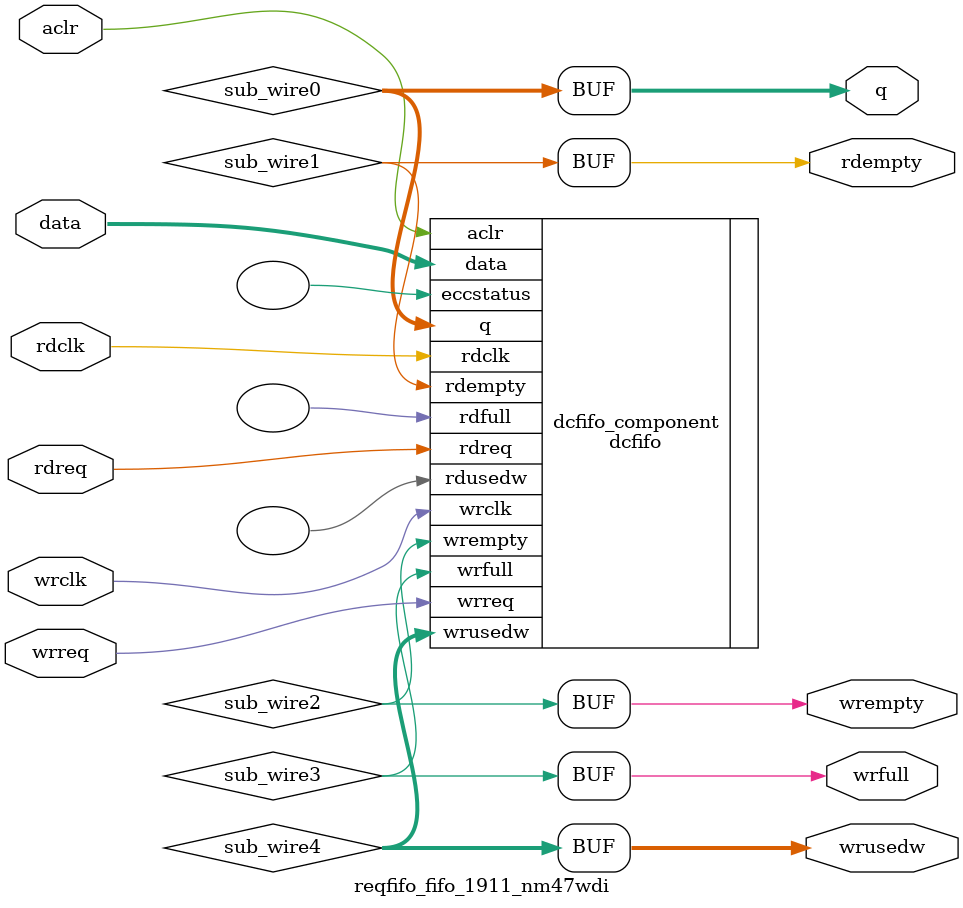
<source format=v>



`timescale 1 ps / 1 ps
// synopsys translate_on
module  reqfifo_fifo_1911_nm47wdi  (
    aclr,
    data,
    rdclk,
    rdreq,
    wrclk,
    wrreq,
    q,
    rdempty,
    wrempty,
    wrfull,
    wrusedw);

    input    aclr;
    input  [639:0]  data;
    input    rdclk;
    input    rdreq;
    input    wrclk;
    input    wrreq;
    output [639:0]  q;
    output   rdempty;
    output   wrempty;
    output   wrfull;
    output [5:0]  wrusedw;
`ifndef ALTERA_RESERVED_QIS
// synopsys translate_off
`endif
    tri0     aclr;
`ifndef ALTERA_RESERVED_QIS
// synopsys translate_on
`endif

    wire [639:0] sub_wire0;
    wire  sub_wire1;
    wire  sub_wire2;
    wire  sub_wire3;
    wire [5:0] sub_wire4;
    wire [639:0] q = sub_wire0[639:0];
    wire  rdempty = sub_wire1;
    wire  wrempty = sub_wire2;
    wire  wrfull = sub_wire3;
    wire [5:0] wrusedw = sub_wire4[5:0];

    dcfifo  dcfifo_component (
                .aclr (aclr),
                .data (data),
                .rdclk (rdclk),
                .rdreq (rdreq),
                .wrclk (wrclk),
                .wrreq (wrreq),
                .q (sub_wire0),
                .rdempty (sub_wire1),
                .wrempty (sub_wire2),
                .wrfull (sub_wire3),
                .wrusedw (sub_wire4),
                .eccstatus (),
                .rdfull (),
                .rdusedw ());
    defparam
        dcfifo_component.enable_ecc  = "FALSE",
        dcfifo_component.intended_device_family  = "Agilex",
        dcfifo_component.lpm_hint  = "DISABLE_DCFIFO_EMBEDDED_TIMING_CONSTRAINT=TRUE",
        dcfifo_component.lpm_numwords  = 64,
        dcfifo_component.lpm_showahead  = "ON",
        dcfifo_component.lpm_type  = "dcfifo",
        dcfifo_component.lpm_width  = 640,
        dcfifo_component.lpm_widthu  = 6,
        dcfifo_component.overflow_checking  = "OFF",
        dcfifo_component.rdsync_delaypipe  = 4,
        dcfifo_component.read_aclr_synch  = "ON",
        dcfifo_component.underflow_checking  = "OFF",
        dcfifo_component.use_eab  = "ON",
        dcfifo_component.write_aclr_synch  = "ON",
        dcfifo_component.wrsync_delaypipe  = 4;


endmodule



</source>
